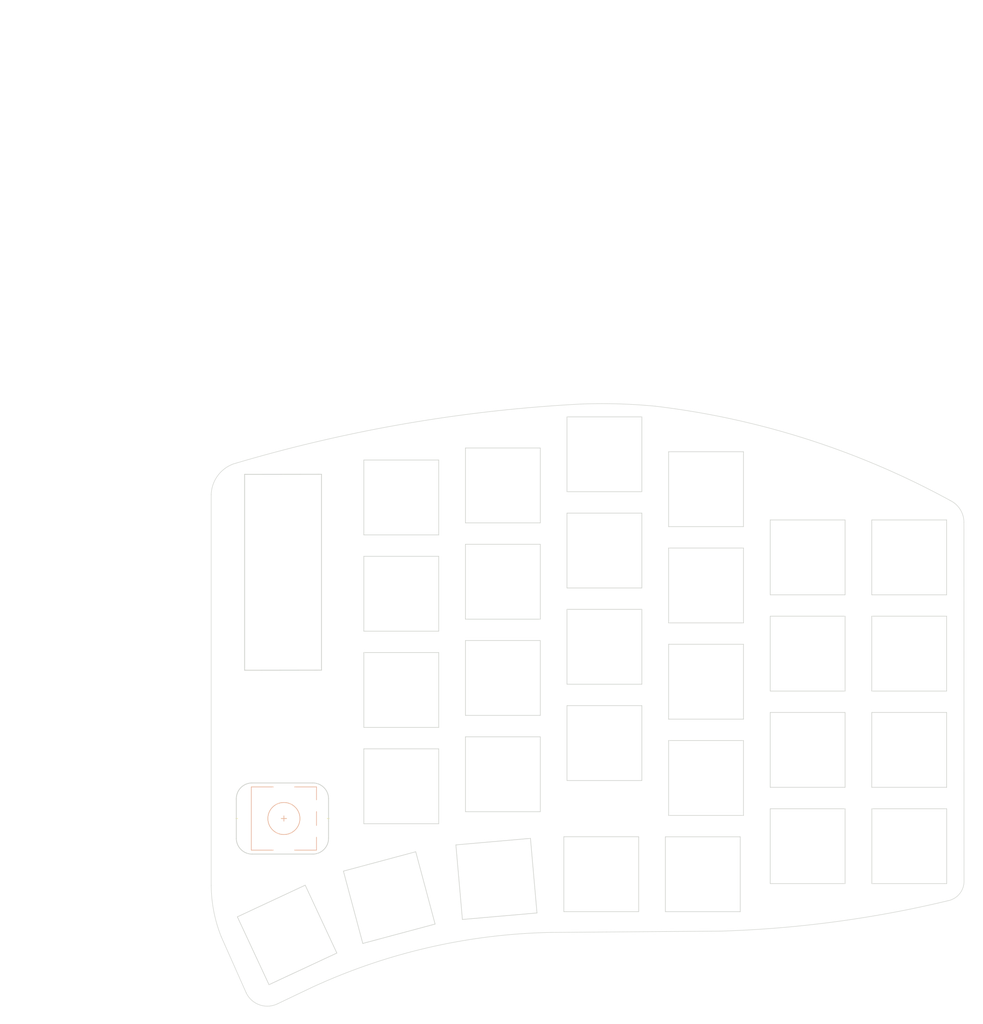
<source format=kicad_pcb>
(kicad_pcb (version 20211014) (generator pcbnew)
  (layers (0 "F.Cu" signal) (31 "B.Cu" signal) (34 "B.Paste" user) (35 "F.Paste" user) (36 "B.SilkS" user "B.Silkscreen") (37 "F.SilkS" user "F.Silkscreen") (38 "B.Mask" user) (39 "F.Mask" user) (44 "Edge.Cuts" user))
  (net 0 "")
  (footprint "Plate:Plate_ChocSpacing_Hotswap_SK6812MiniE" (layer "F.Cu") (at 120.5 48.0195 180)
    (fp_text reference "SW1" hide)
    (fp_text value "SW_PUSH_LED" hide)
    (fp_line (start -7 7) (end 7 7) (layer "Edge.Cuts") (width 0.12))
    (fp_line (start -7 -7) (end -7 7) (layer "Edge.Cuts") (width 0.12))
    (fp_line (start 7 7) (end 7 -7) (layer "Edge.Cuts") (width 0.12))
    (fp_line (start -7 -7) (end 7 -7) (layer "Edge.Cuts") (width 0.12))
  )
  (footprint "Plate:Plate_ChocSpacing_Hotswap_SK6812MiniE" (layer "F.Cu") (at 139.5 45.7695 180)
    (fp_text reference "SW2" hide)
    (fp_text value "SW_PUSH_LED" hide)
    (fp_line (start -7 -7) (end -7 7) (layer "Edge.Cuts") (width 0.12))
    (fp_line (start -7 -7) (end 7 -7) (layer "Edge.Cuts") (width 0.12))
    (fp_line (start 7 7) (end 7 -7) (layer "Edge.Cuts") (width 0.12))
    (fp_line (start -7 7) (end 7 7) (layer "Edge.Cuts") (width 0.12))
  )
  (footprint "Plate:Plate_ChocSpacing_Hotswap_SK6812MiniE" (layer "F.Cu") (at 158.5 39.95 180)
    (fp_text reference "SW3" hide)
    (fp_text value "SW_PUSH_LED" hide)
    (fp_line (start -7 7) (end 7 7) (layer "Edge.Cuts") (width 0.12))
    (fp_line (start 7 7) (end 7 -7) (layer "Edge.Cuts") (width 0.12))
    (fp_line (start -7 -7) (end -7 7) (layer "Edge.Cuts") (width 0.12))
    (fp_line (start -7 -7) (end 7 -7) (layer "Edge.Cuts") (width 0.12))
  )
  (footprint "Plate:Plate_ChocSpacing_Hotswap_SK6812MiniE" (layer "F.Cu") (at 177.5 46.4695 180)
    (fp_text reference "SW4" hide)
    (fp_text value "SW_PUSH_LED" hide)
    (fp_line (start -7 -7) (end -7 7) (layer "Edge.Cuts") (width 0.12))
    (fp_line (start -7 -7) (end 7 -7) (layer "Edge.Cuts") (width 0.12))
    (fp_line (start 7 7) (end 7 -7) (layer "Edge.Cuts") (width 0.12))
    (fp_line (start -7 7) (end 7 7) (layer "Edge.Cuts") (width 0.12))
  )
  (footprint "Plate:Plate_ChocSpacing_Hotswap_SK6812MiniE" (layer "F.Cu") (at 196.5 59.2195 180)
    (fp_text reference "SW5" hide)
    (fp_text value "SW_PUSH_LED" hide)
    (fp_line (start 7 7) (end 7 -7) (layer "Edge.Cuts") (width 0.12))
    (fp_line (start -7 -7) (end -7 7) (layer "Edge.Cuts") (width 0.12))
    (fp_line (start -7 -7) (end 7 -7) (layer "Edge.Cuts") (width 0.12))
    (fp_line (start -7 7) (end 7 7) (layer "Edge.Cuts") (width 0.12))
  )
  (footprint "Plate:Plate_ChocSpacing_Hotswap_SK6812MiniE" (layer "F.Cu") (at 120.5 66.0195 180)
    (fp_text reference "SW7" hide)
    (fp_text value "SW_PUSH_LED" hide)
    (fp_line (start 7 7) (end 7 -7) (layer "Edge.Cuts") (width 0.12))
    (fp_line (start -7 -7) (end -7 7) (layer "Edge.Cuts") (width 0.12))
    (fp_line (start -7 7) (end 7 7) (layer "Edge.Cuts") (width 0.12))
    (fp_line (start -7 -7) (end 7 -7) (layer "Edge.Cuts") (width 0.12))
  )
  (footprint "Plate:Plate_ChocSpacing_Hotswap_SK6812MiniE" (layer "F.Cu") (at 139.5 63.7695 180)
    (fp_text reference "SW8" hide)
    (fp_text value "SW_PUSH_LED" hide)
    (fp_line (start 7 7) (end 7 -7) (layer "Edge.Cuts") (width 0.12))
    (fp_line (start -7 7) (end 7 7) (layer "Edge.Cuts") (width 0.12))
    (fp_line (start -7 -7) (end 7 -7) (layer "Edge.Cuts") (width 0.12))
    (fp_line (start -7 -7) (end -7 7) (layer "Edge.Cuts") (width 0.12))
  )
  (footprint "Plate:Plate_ChocSpacing_Hotswap_SK6812MiniE" (layer "F.Cu") (at 158.5 57.94 180)
    (fp_text reference "SW9" hide)
    (fp_text value "SW_PUSH_LED" hide)
    (fp_line (start 7 7) (end 7 -7) (layer "Edge.Cuts") (width 0.12))
    (fp_line (start -7 -7) (end -7 7) (layer "Edge.Cuts") (width 0.12))
    (fp_line (start -7 7) (end 7 7) (layer "Edge.Cuts") (width 0.12))
    (fp_line (start -7 -7) (end 7 -7) (layer "Edge.Cuts") (width 0.12))
  )
  (footprint "Plate:Plate_ChocSpacing_Hotswap_SK6812MiniE" (layer "F.Cu") (at 177.5 64.4695 180)
    (fp_text reference "SW10" hide)
    (fp_text value "SW_PUSH_LED" hide)
    (fp_line (start -7 7) (end 7 7) (layer "Edge.Cuts") (width 0.12))
    (fp_line (start -7 -7) (end -7 7) (layer "Edge.Cuts") (width 0.12))
    (fp_line (start -7 -7) (end 7 -7) (layer "Edge.Cuts") (width 0.12))
    (fp_line (start 7 7) (end 7 -7) (layer "Edge.Cuts") (width 0.12))
  )
  (footprint "Plate:Plate_ChocSpacing_Hotswap_SK6812MiniE" (layer "F.Cu") (at 196.5 77.2195 180)
    (fp_text reference "SW11" hide)
    (fp_text value "SW_PUSH_LED" hide)
    (fp_line (start -7 -7) (end -7 7) (layer "Edge.Cuts") (width 0.12))
    (fp_line (start -7 7) (end 7 7) (layer "Edge.Cuts") (width 0.12))
    (fp_line (start 7 7) (end 7 -7) (layer "Edge.Cuts") (width 0.12))
    (fp_line (start -7 -7) (end 7 -7) (layer "Edge.Cuts") (width 0.12))
  )
  (footprint "Plate:Plate_ChocSpacing_Hotswap_SK6812MiniE" (layer "F.Cu") (at 215.5 77.2195 180)
    (fp_text reference "SW12" hide)
    (fp_text value "SW_PUSH_LED" hide)
    (fp_line (start -7 -7) (end -7 7) (layer "Edge.Cuts") (width 0.12))
    (fp_line (start 7 7) (end 7 -7) (layer "Edge.Cuts") (width 0.12))
    (fp_line (start -7 7) (end 7 7) (layer "Edge.Cuts") (width 0.12))
    (fp_line (start -7 -7) (end 7 -7) (layer "Edge.Cuts") (width 0.12))
  )
  (footprint "Plate:Plate_ChocSpacing_Hotswap_SK6812MiniE" (layer "F.Cu") (at 120.5 84.0195 180)
    (fp_text reference "SW13" hide)
    (fp_text value "SW_PUSH_LED" hide)
    (fp_line (start -7 -7) (end -7 7) (layer "Edge.Cuts") (width 0.12))
    (fp_line (start -7 7) (end 7 7) (layer "Edge.Cuts") (width 0.12))
    (fp_line (start 7 7) (end 7 -7) (layer "Edge.Cuts") (width 0.12))
    (fp_line (start -7 -7) (end 7 -7) (layer "Edge.Cuts") (width 0.12))
  )
  (footprint "Plate:Plate_ChocSpacing_Hotswap_SK6812MiniE" (layer "F.Cu") (at 139.5 81.7695 180)
    (fp_text reference "SW14" hide)
    (fp_text value "SW_PUSH_LED" hide)
    (fp_line (start 7 7) (end 7 -7) (layer "Edge.Cuts") (width 0.12))
    (fp_line (start -7 -7) (end -7 7) (layer "Edge.Cuts") (width 0.12))
    (fp_line (start -7 -7) (end 7 -7) (layer "Edge.Cuts") (width 0.12))
    (fp_line (start -7 7) (end 7 7) (layer "Edge.Cuts") (width 0.12))
  )
  (footprint "Plate:Plate_ChocSpacing_Hotswap_SK6812MiniE" (layer "F.Cu") (at 158.5 75.94 180)
    (fp_text reference "SW15" hide)
    (fp_text value "SW_PUSH_LED" hide)
    (fp_line (start -7 -7) (end -7 7) (layer "Edge.Cuts") (width 0.12))
    (fp_line (start 7 7) (end 7 -7) (layer "Edge.Cuts") (width 0.12))
    (fp_line (start -7 7) (end 7 7) (layer "Edge.Cuts") (width 0.12))
    (fp_line (start -7 -7) (end 7 -7) (layer "Edge.Cuts") (width 0.12))
  )
  (footprint "Plate:Plate_ChocSpacing_Hotswap_SK6812MiniE" (layer "F.Cu") (at 177.5 82.4695 180)
    (fp_text reference "SW16" hide)
    (fp_text value "SW_PUSH_LED" hide)
    (fp_line (start 7 7) (end 7 -7) (layer "Edge.Cuts") (width 0.12))
    (fp_line (start -7 -7) (end 7 -7) (layer "Edge.Cuts") (width 0.12))
    (fp_line (start -7 -7) (end -7 7) (layer "Edge.Cuts") (width 0.12))
    (fp_line (start -7 7) (end 7 7) (layer "Edge.Cuts") (width 0.12))
  )
  (footprint "Plate:Plate_ChocSpacing_Hotswap_SK6812MiniE" (layer "F.Cu") (at 196.5 95.2195 180)
    (fp_text reference "SW17" hide)
    (fp_text value "SW_PUSH_LED" hide)
    (fp_line (start -7 -7) (end -7 7) (layer "Edge.Cuts") (width 0.12))
    (fp_line (start 7 7) (end 7 -7) (layer "Edge.Cuts") (width 0.12))
    (fp_line (start -7 7) (end 7 7) (layer "Edge.Cuts") (width 0.12))
    (fp_line (start -7 -7) (end 7 -7) (layer "Edge.Cuts") (width 0.12))
  )
  (footprint "Plate:Plate_ChocSpacing_Hotswap_SK6812MiniE" (layer "F.Cu") (at 215.5 95.2195 180)
    (fp_text reference "SW18" hide)
    (fp_text value "SW_PUSH_LED" hide)
    (fp_line (start -7 -7) (end 7 -7) (layer "Edge.Cuts") (width 0.12))
    (fp_line (start -7 7) (end 7 7) (layer "Edge.Cuts") (width 0.12))
    (fp_line (start -7 -7) (end -7 7) (layer "Edge.Cuts") (width 0.12))
    (fp_line (start 7 7) (end 7 -7) (layer "Edge.Cuts") (width 0.12))
  )
  (footprint "Plate:Plate_ChocSpacing_Hotswap_SK6812MiniE" (layer "F.Cu") (at 120.5 102.0195 180)
    (fp_text reference "SW19" hide)
    (fp_text value "SW_PUSH_LED" hide)
    (fp_line (start 7 7) (end 7 -7) (layer "Edge.Cuts") (width 0.12))
    (fp_line (start -7 -7) (end 7 -7) (layer "Edge.Cuts") (width 0.12))
    (fp_line (start -7 7) (end 7 7) (layer "Edge.Cuts") (width 0.12))
    (fp_line (start -7 -7) (end -7 7) (layer "Edge.Cuts") (width 0.12))
  )
  (footprint "Plate:Plate_ChocSpacing_Hotswap_SK6812MiniE" (layer "F.Cu") (at 139.5 99.7695 180)
    (fp_text reference "SW20" hide)
    (fp_text value "SW_PUSH_LED" hide)
    (fp_line (start 7 7) (end 7 -7) (layer "Edge.Cuts") (width 0.12))
    (fp_line (start -7 -7) (end 7 -7) (layer "Edge.Cuts") (width 0.12))
    (fp_line (start -7 7) (end 7 7) (layer "Edge.Cuts") (width 0.12))
    (fp_line (start -7 -7) (end -7 7) (layer "Edge.Cuts") (width 0.12))
  )
  (footprint "Plate:Plate_ChocSpacing_Hotswap_SK6812MiniE" (layer "F.Cu") (at 158.5 93.94 180)
    (fp_text reference "SW21" hide)
    (fp_text value "SW_PUSH_LED" hide)
    (fp_line (start -7 -7) (end 7 -7) (layer "Edge.Cuts") (width 0.12))
    (fp_line (start -7 -7) (end -7 7) (layer "Edge.Cuts") (width 0.12))
    (fp_line (start -7 7) (end 7 7) (layer "Edge.Cuts") (width 0.12))
    (fp_line (start 7 7) (end 7 -7) (layer "Edge.Cuts") (width 0.12))
  )
  (footprint "Plate:Plate_ChocSpacing_Hotswap_SK6812MiniE" (layer "F.Cu") (at 177.5 100.4695 180)
    (fp_text reference "SW22" hide)
    (fp_text value "SW_PUSH_LED" hide)
    (fp_line (start 7 7) (end 7 -7) (layer "Edge.Cuts") (width 0.12))
    (fp_line (start -7 -7) (end -7 7) (layer "Edge.Cuts") (width 0.12))
    (fp_line (start -7 7) (end 7 7) (layer "Edge.Cuts") (width 0.12))
    (fp_line (start -7 -7) (end 7 -7) (layer "Edge.Cuts") (width 0.12))
  )
  (footprint "Plate:Plate_ChocSpacing_Hotswap_SK6812MiniE" (layer "F.Cu") (at 196.5 113.2195 180)
    (fp_text reference "SW23" hide)
    (fp_text value "SW_PUSH_LED" hide)
    (fp_line (start 7 7) (end 7 -7) (layer "Edge.Cuts") (width 0.12))
    (fp_line (start -7 -7) (end 7 -7) (layer "Edge.Cuts") (width 0.12))
    (fp_line (start -7 -7) (end -7 7) (layer "Edge.Cuts") (width 0.12))
    (fp_line (start -7 7) (end 7 7) (layer "Edge.Cuts") (width 0.12))
  )
  (footprint "Plate:Plate_ChocSpacing_Hotswap_SK6812MiniE" (layer "F.Cu") (at 215.512493 113.2195 180)
    (fp_text reference "SW24" hide)
    (fp_text value "SW_PUSH_LED" hide)
    (fp_line (start -7 -7) (end -7 7) (layer "Edge.Cuts") (width 0.12))
    (fp_line (start -7 7) (end 7 7) (layer "Edge.Cuts") (width 0.12))
    (fp_line (start -7 -7) (end 7 -7) (layer "Edge.Cuts") (width 0.12))
    (fp_line (start 7 7) (end 7 -7) (layer "Edge.Cuts") (width 0.12))
  )
  (footprint "Plate:Plate_ChocSpacing_Hotswap_SK6812MiniE" (layer "F.Cu") (at 99.149234 129.818965 -155)
    (fp_text reference "SW26" hide)
    (fp_text value "SW_PUSH_LED" hide)
    (fp_line (start -7 -7) (end 7 -7) (layer "Edge.Cuts") (width 0.12))
    (fp_line (start -7 -7) (end -7 7) (layer "Edge.Cuts") (width 0.12))
    (fp_line (start 7 7) (end 7 -7) (layer "Edge.Cuts") (width 0.12))
    (fp_line (start -7 7) (end 7 7) (layer "Edge.Cuts") (width 0.12))
  )
  (footprint "Plate:Plate_ChocSpacing_Hotswap_SK6812MiniE" (layer "F.Cu") (at 138.298041 119.344167 -175)
    (fp_text reference "SW28" hide)
    (fp_text value "SW_PUSH_LED" hide)
    (fp_line (start 7 7) (end 7 -7) (layer "Edge.Cuts") (width 0.12))
    (fp_line (start -7 -7) (end -7 7) (layer "Edge.Cuts") (width 0.12))
    (fp_line (start -7 -7) (end 7 -7) (layer "Edge.Cuts") (width 0.12))
    (fp_line (start -7 7) (end 7 7) (layer "Edge.Cuts") (width 0.12))
  )
  (footprint "Plate:Plate_ChocSpacing_Hotswap_SK6812MiniE" (layer "F.Cu") (at 157.9 118.4595 180)
    (fp_text reference "SW29" hide)
    (fp_text value "SW_PUSH_LED" hide)
    (fp_line (start -7 -7) (end 7 -7) (layer "Edge.Cuts") (width 0.12))
    (fp_line (start -7 7) (end 7 7) (layer "Edge.Cuts") (width 0.12))
    (fp_line (start 7 7) (end 7 -7) (layer "Edge.Cuts") (width 0.12))
    (fp_line (start -7 -7) (end -7 7) (layer "Edge.Cuts") (width 0.12))
  )
  (footprint "Plate:Plate_RotaryEncoder_Alps_EC11E-Switch_Vertical" (layer "F.Cu") (at 98.55 108.05)
    (fp_text reference "SW25" hide)
    (fp_text value "Rotary_Encoder_Switch")
    (fp_line (start 6.1 -5.9) (end 6.1 -3.5) (layer "B.SilkS") (width 0.12))
    (fp_line (start 2 -5.9) (end 6.1 -5.9) (layer "B.SilkS") (width 0.12))
    (fp_line (start 0 -0.5) (end 0 0.5) (layer "B.SilkS") (width 0.12))
    (fp_line (start 6.1 -1.3) (end 6.1 1.3) (layer "B.SilkS") (width 0.12))
    (fp_line (start -2 -5.9) (end -6.1 -5.9) (layer "B.SilkS") (width 0.12))
    (fp_line (start 6.1 3.5) (end 6.1 5.9) (layer "B.SilkS") (width 0.12))
    (fp_line (start 6.1 5.9) (end 2 5.9) (layer "B.SilkS") (width 0.12))
    (fp_line (start -0.5 0) (end 0.5 0) (layer "B.SilkS") (width 0.12))
    (fp_line (start -6.1 -5.9) (end -6.1 5.9) (layer "B.SilkS") (width 0.12))
    (fp_line (start -2 5.9) (end -6.1 5.9) (layer "B.SilkS") (width 0.12))
    (fp_circle (center 0 0) (end 3 0) (layer "B.SilkS") (width 0.12) (fill none))
    (fp_line (start 6.1 3.5) (end 6.1 5.9) (layer "F.SilkS") (width 0.12))
    (fp_line (start -6.1 -5.9) (end -6.1 5.9) (layer "F.SilkS") (width 0.12))
    (fp_line (start -9 0) (end -8.65 0) (layer "F.SilkS") (width 0.12))
    (fp_line (start -0.5 0) (end 0.5 0) (layer "F.SilkS") (width 0.12))
    (fp_line (start 2 -5.9) (end 6.1 -5.9) (layer "F.SilkS") (width 0.12))
    (fp_line (start 8.1 0) (end 8.5 0) (layer "F.SilkS") (width 0.12))
    (fp_line (start -2 -5.9) (end -6.1 -5.9) (layer "F.SilkS") (width 0.12))
    (fp_line (start 6.1 5.9) (end 2 5.9) (layer "F.SilkS") (width 0.12))
    (fp_line (start 6.1 -5.9) (end 6.1 -3.5) (layer "F.SilkS") (width 0.12))
    (fp_line (start 0 -0.5) (end 0 0.5) (layer "F.SilkS") (width 0.12))
    (fp_line (start 6.1 -1.3) (end 6.1 1.3) (layer "F.SilkS") (width 0.12))
    (fp_line (start -2 5.9) (end -6.1 5.9) (layer "F.SilkS") (width 0.12))
    (fp_circle (center 0 0) (end 3 0) (layer "F.SilkS") (width 0.12) (fill none))
    (fp_line (start -8.9 -3.65) (end -8.9 3.75) (layer "Edge.Cuts") (width 0.15))
    (fp_line (start 8.35 3.65) (end 8.35 0.5) (layer "Edge.Cuts") (width 0.15))
    (fp_line (start 8.35 0.5) (end 8.35 -3.75) (layer "Edge.Cuts") (width 0.15))
    (fp_line (start 5.35 -6.65) (end -6 -6.65) (layer "Edge.Cuts") (width 0.15))
    (fp_line (start -5.9 6.65) (end 5.45 6.65) (layer "Edge.Cuts") (width 0.15))
    (fp_arc (start -8.9 -3.65) (mid -8.07132 -5.75061) (end -6 -6.65) (layer "Edge.Cuts") (width 0.15))
    (fp_arc (start 8.35 3.65) (mid 7.52132 5.75061) (end 5.45 6.65) (layer "Edge.Cuts") (width 0.15))
    (fp_arc (start -5.9 6.65) (mid -8.00061 5.82132) (end -8.9 3.75) (layer "Edge.Cuts") (width 0.15))
    (fp_arc (start 5.35 -6.65) (mid 7.45061 -5.82132) (end 8.35 -3.75) (layer "Edge.Cuts") (width 0.15))
  )
  (footprint "Plate:Plate_ChocSpacing_Hotswap_SK6812MiniE" (layer "F.Cu") (at 176.9 118.4695 180)
    (fp_text reference "SW30" hide)
    (fp_text value "SW_PUSH_LED" hide)
    (fp_line (start -7 -7) (end -7 7) (layer "Edge.Cuts") (width 0.12))
    (fp_line (start 7 7) (end 7 -7) (layer "Edge.Cuts") (width 0.12))
    (fp_line (start -7 -7) (end 7 -7) (layer "Edge.Cuts") (width 0.12))
    (fp_line (start -7 7) (end 7 7) (layer "Edge.Cuts") (width 0.12))
  )
  (footprint "Plate:Plate_ChocSpacing_Hotswap_SK6812MiniE" (layer "F.Cu") (at 118.25437 122.836375 -165)
    (fp_text reference "SW27" hide)
    (fp_text value "SW_PUSH_LED" hide)
    (fp_line (start -7 7) (end 7 7) (layer "Edge.Cuts") (width 0.12))
    (fp_line (start -7 -7) (end -7 7) (layer "Edge.Cuts") (width 0.12))
    (fp_line (start 7 7) (end 7 -7) (layer "Edge.Cuts") (width 0.12))
    (fp_line (start -7 -7) (end 7 -7) (layer "Edge.Cuts") (width 0.12))
  )
  (footprint "Plate:Plate_ChocSpacing_Hotswap_SK6812MiniE" (layer "F.Cu") (at 215.5 59.2195 180)
    (fp_text reference "SW6" hide)
    (fp_text value "SW_PUSH_LED" hide)
    (fp_line (start 7 7) (end 7 -7) (layer "Edge.Cuts") (width 0.12))
    (fp_line (start -7 -7) (end -7 7) (layer "Edge.Cuts") (width 0.12))
    (fp_line (start -7 7) (end 7 7) (layer "Edge.Cuts") (width 0.12))
    (fp_line (start -7 -7) (end 7 -7) (layer "Edge.Cuts") (width 0.12))
  )
  (gr_line (start 105.575 43.675) (end 91.2 43.7) (layer "Edge.Cuts") (width 0.15))
  (gr_line (start 91.2 80.325) (end 105.575 80.3) (layer "Edge.Cuts") (width 0.15))
  (gr_line (start 97.45 142.65) (end 103.85 139.6) (layer "Edge.Cuts") (width 0.1))
  (gr_line (start 91.2 80.325) (end 91.2 43.7) (layer "Edge.Cuts") (width 0.15))
  (gr_arc (start 222.69607 123.435293) (mid 201.767199 127.340242) (end 180.55 129.1) (layer "Edge.Cuts") (width 0.1))
  (gr_arc (start 154.1 30.55) (mid 161.056693 30.517423) (end 168 30.95) (layer "Edge.Cuts") (width 0.1))
  (gr_arc (start 97.45 142.65) (mid 94.050844 142.911863) (end 91.5 140.65) (layer "Edge.Cuts") (width 0.1))
  (gr_line (start 105.575 80.3) (end 105.575 43.675) (layer "Edge.Cuts") (width 0.15))
  (gr_arc (start 168 30.95) (mid 196.445917 37.129412) (end 223.2 48.6) (layer "Edge.Cuts") (width 0.1))
  (gr_arc (start 89.1 41.75) (mid 121.267723 34.221609) (end 154.1 30.55) (layer "Edge.Cuts") (width 0.1))
  (gr_line (start 86.85 130.2) (end 91.5 140.65) (layer "Edge.Cuts") (width 0.1))
  (gr_line (start 148.45 129.35) (end 180.55 129.1) (layer "Edge.Cuts") (width 0.1))
  (gr_arc (start 225.75 119.6) (mid 224.943457 122.091297) (end 222.69607 123.435293) (layer "Edge.Cuts") (width 0.1))
  (gr_arc (start 223.2 48.6) (mid 225.039621 50.26642) (end 225.732233 52.65) (layer "Edge.Cuts") (width 0.1))
  (gr_line (start 84.95 47.5) (end 84.95 120.55) (layer "Edge.Cuts") (width 0.1))
  (gr_arc (start 84.95 47.5) (mid 86.142713 43.988219) (end 89.1 41.75) (layer "Edge.Cuts") (width 0.1))
  (gr_arc (start 86.85 130.2) (mid 85.44832 125.463932) (end 84.95 120.55) (layer "Edge.Cuts") (width 0.1))
  (gr_line (start 225.732233 52.65) (end 225.75 119.6) (layer "Edge.Cuts") (width 0.1))
  (gr_arc (start 103.85 139.6) (mid 125.620271 132.170033) (end 148.45 129.35) (layer "Edge.Cuts") (width 0.1))
)
</source>
